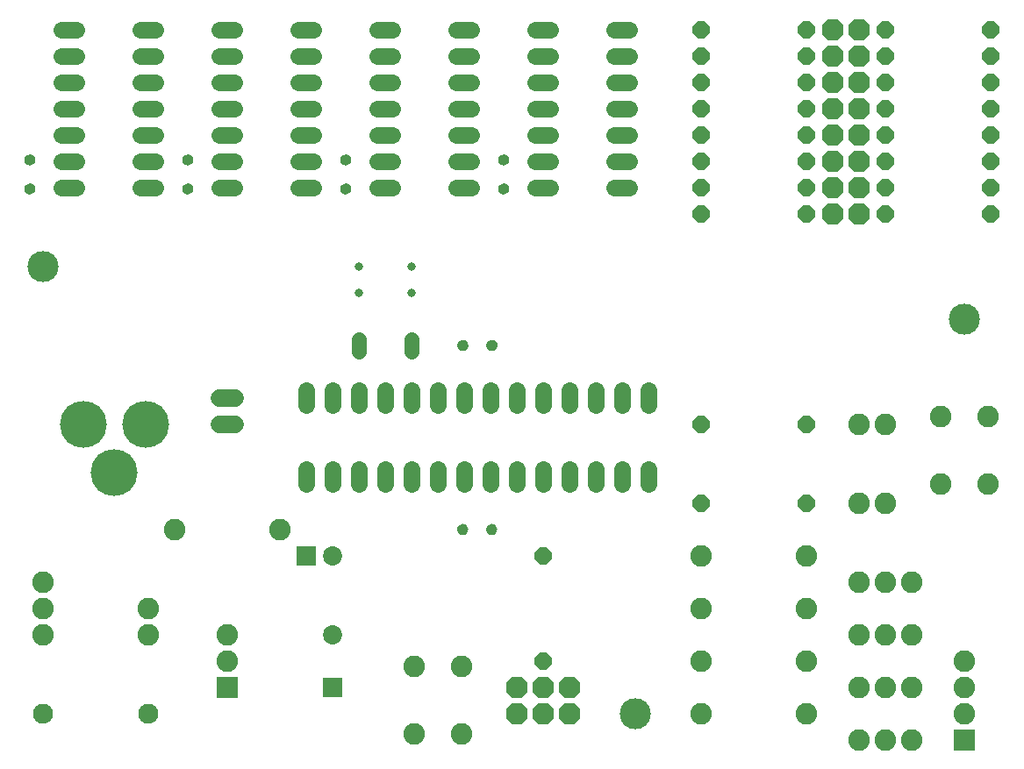
<source format=gts>
G75*
%MOIN*%
%OFA0B0*%
%FSLAX24Y24*%
%IPPOS*%
%LPD*%
%AMOC8*
5,1,8,0,0,1.08239X$1,22.5*
%
%ADD10C,0.0640*%
%ADD11R,0.0820X0.0820*%
%ADD12C,0.0820*%
%ADD13C,0.0680*%
%ADD14R,0.0730X0.0730*%
%ADD15C,0.0730*%
%ADD16C,0.0050*%
%ADD17OC8,0.0820*%
%ADD18OC8,0.0640*%
%ADD19C,0.0760*%
%ADD20C,0.0560*%
%ADD21C,0.0316*%
%ADD22C,0.1182*%
%ADD23C,0.1780*%
D10*
X015626Y010900D02*
X015626Y011460D01*
X016626Y011460D02*
X016626Y010900D01*
X017626Y010900D02*
X017626Y011460D01*
X018626Y011460D02*
X018626Y010900D01*
X019626Y010900D02*
X019626Y011460D01*
X020626Y011460D02*
X020626Y010900D01*
X021626Y010900D02*
X021626Y011460D01*
X022626Y011460D02*
X022626Y010900D01*
X023626Y010900D02*
X023626Y011460D01*
X024626Y011460D02*
X024626Y010900D01*
X025626Y010900D02*
X025626Y011460D01*
X026626Y011460D02*
X026626Y010900D01*
X027626Y010900D02*
X027626Y011460D01*
X028626Y011460D02*
X028626Y010900D01*
X028626Y013900D02*
X028626Y014460D01*
X027626Y014460D02*
X027626Y013900D01*
X026626Y013900D02*
X026626Y014460D01*
X025626Y014460D02*
X025626Y013900D01*
X024626Y013900D02*
X024626Y014460D01*
X023626Y014460D02*
X023626Y013900D01*
X022626Y013900D02*
X022626Y014460D01*
X021626Y014460D02*
X021626Y013900D01*
X020626Y013900D02*
X020626Y014460D01*
X019626Y014460D02*
X019626Y013900D01*
X018626Y013900D02*
X018626Y014460D01*
X017626Y014460D02*
X017626Y013900D01*
X016626Y013900D02*
X016626Y014460D01*
X015626Y014460D02*
X015626Y013900D01*
X015906Y022180D02*
X015346Y022180D01*
X015346Y023180D02*
X015906Y023180D01*
X015906Y024180D02*
X015346Y024180D01*
X015346Y025180D02*
X015906Y025180D01*
X015906Y026180D02*
X015346Y026180D01*
X015346Y027180D02*
X015906Y027180D01*
X015906Y028180D02*
X015346Y028180D01*
X012906Y028180D02*
X012346Y028180D01*
X012346Y027180D02*
X012906Y027180D01*
X012906Y026180D02*
X012346Y026180D01*
X012346Y025180D02*
X012906Y025180D01*
X012906Y024180D02*
X012346Y024180D01*
X012346Y023180D02*
X012906Y023180D01*
X012906Y022180D02*
X012346Y022180D01*
X009906Y022180D02*
X009346Y022180D01*
X009346Y023180D02*
X009906Y023180D01*
X009906Y024180D02*
X009346Y024180D01*
X009346Y025180D02*
X009906Y025180D01*
X009906Y026180D02*
X009346Y026180D01*
X009346Y027180D02*
X009906Y027180D01*
X009906Y028180D02*
X009346Y028180D01*
X006906Y028180D02*
X006346Y028180D01*
X006346Y027180D02*
X006906Y027180D01*
X006906Y026180D02*
X006346Y026180D01*
X006346Y025180D02*
X006906Y025180D01*
X006906Y024180D02*
X006346Y024180D01*
X006346Y023180D02*
X006906Y023180D01*
X006906Y022180D02*
X006346Y022180D01*
X018346Y022180D02*
X018906Y022180D01*
X018906Y023180D02*
X018346Y023180D01*
X018346Y024180D02*
X018906Y024180D01*
X018906Y025180D02*
X018346Y025180D01*
X018346Y026180D02*
X018906Y026180D01*
X018906Y027180D02*
X018346Y027180D01*
X018346Y028180D02*
X018906Y028180D01*
X021346Y028180D02*
X021906Y028180D01*
X021906Y027180D02*
X021346Y027180D01*
X021346Y026180D02*
X021906Y026180D01*
X021906Y025180D02*
X021346Y025180D01*
X021346Y024180D02*
X021906Y024180D01*
X021906Y023180D02*
X021346Y023180D01*
X021346Y022180D02*
X021906Y022180D01*
X024346Y022180D02*
X024906Y022180D01*
X024906Y023180D02*
X024346Y023180D01*
X024346Y024180D02*
X024906Y024180D01*
X024906Y025180D02*
X024346Y025180D01*
X024346Y026180D02*
X024906Y026180D01*
X024906Y027180D02*
X024346Y027180D01*
X024346Y028180D02*
X024906Y028180D01*
X027346Y028180D02*
X027906Y028180D01*
X027906Y027180D02*
X027346Y027180D01*
X027346Y026180D02*
X027906Y026180D01*
X027906Y025180D02*
X027346Y025180D01*
X027346Y024180D02*
X027906Y024180D01*
X027906Y023180D02*
X027346Y023180D01*
X027346Y022180D02*
X027906Y022180D01*
D11*
X012626Y003180D03*
X040626Y001180D03*
D12*
X040626Y002180D03*
X040626Y003180D03*
X040626Y004180D03*
X038626Y003180D03*
X037626Y003180D03*
X036626Y003180D03*
X036626Y005180D03*
X037626Y005180D03*
X038626Y005180D03*
X038626Y007180D03*
X037626Y007180D03*
X036626Y007180D03*
X034626Y006180D03*
X034626Y004180D03*
X034626Y002180D03*
X036626Y001180D03*
X037626Y001180D03*
X038626Y001180D03*
X030626Y002180D03*
X030626Y004180D03*
X030626Y006180D03*
X030626Y008180D03*
X034626Y008180D03*
X036626Y010180D03*
X037626Y010180D03*
X039736Y010900D03*
X041516Y010900D03*
X041516Y013460D03*
X039736Y013460D03*
X037626Y013180D03*
X036626Y013180D03*
X021516Y003960D03*
X019736Y003960D03*
X019736Y001400D03*
X021516Y001400D03*
X012626Y004180D03*
X012626Y005180D03*
X009626Y005180D03*
X009626Y006180D03*
X010626Y009180D03*
X014626Y009180D03*
X005626Y007180D03*
X005626Y006180D03*
X005626Y005180D03*
D13*
X012326Y013180D02*
X012926Y013180D01*
X012926Y014180D02*
X012326Y014180D01*
D14*
X015626Y008180D03*
X016626Y003180D03*
D15*
X016626Y005180D03*
X016626Y008180D03*
D16*
X021403Y009136D02*
X021398Y009174D01*
X021401Y009214D01*
X021413Y009252D01*
X021434Y009287D01*
X021462Y009316D01*
X021495Y009338D01*
X021533Y009352D01*
X021573Y009358D01*
X021612Y009353D01*
X021649Y009339D01*
X021682Y009317D01*
X021710Y009289D01*
X021730Y009255D01*
X021743Y009217D01*
X021747Y009178D01*
X021742Y009140D01*
X021729Y009103D01*
X021708Y009071D01*
X021680Y009044D01*
X021648Y009023D01*
X021611Y009011D01*
X021573Y009007D01*
X021572Y009007D01*
X021573Y009007D02*
X021534Y009010D01*
X021498Y009022D01*
X021465Y009042D01*
X021437Y009068D01*
X021416Y009100D01*
X021403Y009136D01*
X021401Y009153D02*
X021743Y009153D01*
X021744Y009201D02*
X021400Y009201D01*
X021413Y009250D02*
X021732Y009250D01*
X021701Y009298D02*
X021445Y009298D01*
X021517Y009347D02*
X021629Y009347D01*
X021729Y009104D02*
X021415Y009104D01*
X021451Y009056D02*
X021693Y009056D01*
X022500Y009174D02*
X022503Y009214D01*
X022515Y009252D01*
X022536Y009287D01*
X022564Y009316D01*
X022597Y009338D01*
X022635Y009352D01*
X022675Y009358D01*
X022714Y009353D01*
X022751Y009339D01*
X022784Y009317D01*
X022812Y009289D01*
X022832Y009255D01*
X022845Y009217D01*
X022849Y009178D01*
X022844Y009140D01*
X022831Y009103D01*
X022810Y009071D01*
X022782Y009044D01*
X022750Y009023D01*
X022713Y009011D01*
X022675Y009007D01*
X022674Y009007D01*
X022675Y009007D02*
X022636Y009010D01*
X022600Y009022D01*
X022567Y009042D01*
X022539Y009068D01*
X022518Y009100D01*
X022505Y009136D01*
X022500Y009174D01*
X022503Y009153D02*
X022845Y009153D01*
X022846Y009201D02*
X022502Y009201D01*
X022515Y009250D02*
X022834Y009250D01*
X022803Y009298D02*
X022547Y009298D01*
X022619Y009347D02*
X022731Y009347D01*
X022831Y009104D02*
X022517Y009104D01*
X022553Y009056D02*
X022795Y009056D01*
X022679Y016002D02*
X022639Y016007D01*
X022602Y016021D01*
X022569Y016043D01*
X022541Y016071D01*
X022521Y016105D01*
X022508Y016143D01*
X022505Y016182D01*
X022509Y016220D01*
X022522Y016257D01*
X022543Y016289D01*
X022571Y016316D01*
X022604Y016337D01*
X022640Y016349D01*
X022679Y016353D01*
X022717Y016350D01*
X022753Y016338D01*
X022786Y016318D01*
X022814Y016292D01*
X022835Y016260D01*
X022848Y016224D01*
X022854Y016186D01*
X022850Y016146D01*
X022838Y016108D01*
X022817Y016073D01*
X022790Y016044D01*
X022756Y016022D01*
X022718Y016008D01*
X022679Y016002D01*
X022783Y016040D02*
X022573Y016040D01*
X022531Y016088D02*
X022826Y016088D01*
X022847Y016137D02*
X022510Y016137D01*
X022505Y016185D02*
X022854Y016185D01*
X022845Y016234D02*
X022514Y016234D01*
X022539Y016282D02*
X022820Y016282D01*
X022765Y016331D02*
X022594Y016331D01*
X021746Y016224D02*
X021752Y016186D01*
X021748Y016146D01*
X021736Y016108D01*
X021715Y016073D01*
X021688Y016044D01*
X021654Y016022D01*
X021616Y016008D01*
X021577Y016002D01*
X021537Y016007D01*
X021500Y016021D01*
X021467Y016043D01*
X021439Y016071D01*
X021419Y016105D01*
X021406Y016143D01*
X021403Y016182D01*
X021407Y016220D01*
X021420Y016257D01*
X021441Y016289D01*
X021469Y016316D01*
X021502Y016337D01*
X021538Y016349D01*
X021577Y016353D01*
X021615Y016350D01*
X021651Y016338D01*
X021684Y016318D01*
X021712Y016292D01*
X021733Y016260D01*
X021746Y016224D01*
X021743Y016234D02*
X021412Y016234D01*
X021403Y016185D02*
X021751Y016185D01*
X021745Y016137D02*
X021408Y016137D01*
X021429Y016088D02*
X021724Y016088D01*
X021681Y016040D02*
X021471Y016040D01*
X021437Y016282D02*
X021718Y016282D01*
X021663Y016331D02*
X021492Y016331D01*
X023092Y021956D02*
X023053Y021968D01*
X023019Y021988D01*
X022990Y022016D01*
X022967Y022050D01*
X022953Y022087D01*
X022948Y022127D01*
X022953Y022166D01*
X022966Y022203D01*
X022988Y022237D01*
X023017Y022264D01*
X023051Y022285D01*
X023088Y022297D01*
X023128Y022301D01*
X023166Y022296D01*
X023202Y022283D01*
X023235Y022262D01*
X023262Y022235D01*
X023282Y022202D01*
X023295Y022165D01*
X023299Y022127D01*
X023295Y022089D01*
X023283Y022052D01*
X023264Y022020D01*
X023237Y021992D01*
X023205Y021971D01*
X023170Y021957D01*
X023132Y021952D01*
X023092Y021956D01*
X023088Y021957D02*
X023165Y021957D01*
X023250Y022005D02*
X023001Y022005D01*
X022966Y022054D02*
X023284Y022054D01*
X023296Y022102D02*
X022951Y022102D01*
X022951Y022151D02*
X023296Y022151D01*
X023283Y022199D02*
X022965Y022199D01*
X022999Y022248D02*
X023249Y022248D01*
X023167Y022296D02*
X023085Y022296D01*
X023132Y023054D02*
X023092Y023058D01*
X023053Y023070D01*
X023019Y023090D01*
X022990Y023118D01*
X022967Y023152D01*
X022953Y023189D01*
X022948Y023229D01*
X022953Y023268D01*
X022966Y023306D01*
X022988Y023339D01*
X023017Y023366D01*
X023051Y023387D01*
X023088Y023399D01*
X023128Y023403D01*
X023166Y023398D01*
X023202Y023385D01*
X023235Y023364D01*
X023262Y023337D01*
X023282Y023304D01*
X023295Y023267D01*
X023299Y023229D01*
X023295Y023191D01*
X023283Y023154D01*
X023264Y023122D01*
X023237Y023094D01*
X023205Y023073D01*
X023170Y023059D01*
X023132Y023054D01*
X023204Y023072D02*
X023049Y023072D01*
X022988Y023121D02*
X023263Y023121D01*
X023288Y023169D02*
X022961Y023169D01*
X022949Y023218D02*
X023298Y023218D01*
X023295Y023266D02*
X022952Y023266D01*
X022972Y023315D02*
X023276Y023315D01*
X023236Y023363D02*
X023013Y023363D01*
X017299Y023229D02*
X017295Y023267D01*
X017282Y023304D01*
X017262Y023337D01*
X017235Y023364D01*
X017202Y023385D01*
X017166Y023398D01*
X017128Y023403D01*
X017088Y023399D01*
X017051Y023387D01*
X017017Y023366D01*
X016988Y023339D01*
X016966Y023306D01*
X016953Y023268D01*
X016948Y023229D01*
X016953Y023189D01*
X016967Y023152D01*
X016990Y023118D01*
X017019Y023090D01*
X017053Y023070D01*
X017092Y023058D01*
X017132Y023054D01*
X017170Y023059D01*
X017205Y023073D01*
X017237Y023094D01*
X017264Y023122D01*
X017283Y023154D01*
X017295Y023191D01*
X017299Y023229D01*
X017298Y023218D02*
X016949Y023218D01*
X016952Y023266D02*
X017295Y023266D01*
X017276Y023315D02*
X016972Y023315D01*
X017013Y023363D02*
X017236Y023363D01*
X017288Y023169D02*
X016961Y023169D01*
X016988Y023121D02*
X017263Y023121D01*
X017204Y023072D02*
X017049Y023072D01*
X017088Y022297D02*
X017128Y022301D01*
X017166Y022296D01*
X017202Y022283D01*
X017235Y022262D01*
X017262Y022235D01*
X017282Y022202D01*
X017295Y022165D01*
X017299Y022127D01*
X017295Y022089D01*
X017283Y022052D01*
X017264Y022020D01*
X017237Y021992D01*
X017205Y021971D01*
X017170Y021957D01*
X017132Y021952D01*
X017092Y021956D01*
X017053Y021968D01*
X017019Y021988D01*
X016990Y022016D01*
X016967Y022050D01*
X016953Y022087D01*
X016948Y022127D01*
X016953Y022166D01*
X016966Y022203D01*
X016988Y022237D01*
X017017Y022264D01*
X017051Y022285D01*
X017088Y022297D01*
X017085Y022296D02*
X017167Y022296D01*
X017249Y022248D02*
X016999Y022248D01*
X016965Y022199D02*
X017283Y022199D01*
X017296Y022151D02*
X016951Y022151D01*
X016951Y022102D02*
X017296Y022102D01*
X017284Y022054D02*
X016966Y022054D01*
X017001Y022005D02*
X017250Y022005D01*
X017165Y021957D02*
X017088Y021957D01*
X011299Y022127D02*
X011295Y022165D01*
X011282Y022202D01*
X011262Y022235D01*
X011235Y022262D01*
X011202Y022283D01*
X011166Y022296D01*
X011128Y022301D01*
X011088Y022297D01*
X011051Y022285D01*
X011017Y022264D01*
X010988Y022237D01*
X010966Y022203D01*
X010953Y022166D01*
X010948Y022127D01*
X010953Y022087D01*
X010967Y022050D01*
X010990Y022016D01*
X011019Y021988D01*
X011053Y021968D01*
X011092Y021956D01*
X011132Y021952D01*
X011170Y021957D01*
X011205Y021971D01*
X011237Y021992D01*
X011264Y022020D01*
X011283Y022052D01*
X011295Y022089D01*
X011299Y022127D01*
X011296Y022151D02*
X010951Y022151D01*
X010951Y022102D02*
X011296Y022102D01*
X011284Y022054D02*
X010966Y022054D01*
X011001Y022005D02*
X011250Y022005D01*
X011165Y021957D02*
X011088Y021957D01*
X010965Y022199D02*
X011283Y022199D01*
X011249Y022248D02*
X010999Y022248D01*
X011085Y022296D02*
X011167Y022296D01*
X011132Y023054D02*
X011092Y023058D01*
X011053Y023070D01*
X011019Y023090D01*
X010990Y023118D01*
X010967Y023152D01*
X010953Y023189D01*
X010948Y023229D01*
X010953Y023268D01*
X010966Y023306D01*
X010988Y023339D01*
X011017Y023366D01*
X011051Y023387D01*
X011088Y023399D01*
X011128Y023403D01*
X011166Y023398D01*
X011202Y023385D01*
X011235Y023364D01*
X011262Y023337D01*
X011282Y023304D01*
X011295Y023267D01*
X011299Y023229D01*
X011295Y023191D01*
X011283Y023154D01*
X011264Y023122D01*
X011237Y023094D01*
X011205Y023073D01*
X011170Y023059D01*
X011132Y023054D01*
X011204Y023072D02*
X011049Y023072D01*
X010988Y023121D02*
X011263Y023121D01*
X011288Y023169D02*
X010961Y023169D01*
X010949Y023218D02*
X011298Y023218D01*
X011295Y023266D02*
X010952Y023266D01*
X010972Y023315D02*
X011276Y023315D01*
X011236Y023363D02*
X011013Y023363D01*
X005299Y023229D02*
X005295Y023267D01*
X005282Y023304D01*
X005262Y023337D01*
X005235Y023364D01*
X005202Y023385D01*
X005166Y023398D01*
X005128Y023403D01*
X005088Y023399D01*
X005051Y023387D01*
X005017Y023366D01*
X004988Y023339D01*
X004966Y023306D01*
X004953Y023268D01*
X004948Y023229D01*
X004953Y023189D01*
X004967Y023152D01*
X004990Y023118D01*
X005019Y023090D01*
X005053Y023070D01*
X005092Y023058D01*
X005132Y023054D01*
X005170Y023059D01*
X005205Y023073D01*
X005237Y023094D01*
X005264Y023122D01*
X005283Y023154D01*
X005295Y023191D01*
X005299Y023229D01*
X005298Y023218D02*
X004949Y023218D01*
X004952Y023266D02*
X005295Y023266D01*
X005276Y023315D02*
X004972Y023315D01*
X005013Y023363D02*
X005236Y023363D01*
X005288Y023169D02*
X004961Y023169D01*
X004988Y023121D02*
X005263Y023121D01*
X005204Y023072D02*
X005049Y023072D01*
X005128Y022301D02*
X005166Y022296D01*
X005202Y022283D01*
X005235Y022262D01*
X005262Y022235D01*
X005282Y022202D01*
X005295Y022165D01*
X005299Y022127D01*
X005295Y022089D01*
X005283Y022052D01*
X005264Y022020D01*
X005237Y021992D01*
X005205Y021971D01*
X005170Y021957D01*
X005132Y021952D01*
X005092Y021956D01*
X005053Y021968D01*
X005019Y021988D01*
X004990Y022016D01*
X004967Y022050D01*
X004953Y022087D01*
X004948Y022127D01*
X004953Y022166D01*
X004966Y022203D01*
X004988Y022237D01*
X005017Y022264D01*
X005051Y022285D01*
X005088Y022297D01*
X005128Y022301D01*
X005167Y022296D02*
X005085Y022296D01*
X004999Y022248D02*
X005249Y022248D01*
X005283Y022199D02*
X004965Y022199D01*
X004951Y022151D02*
X005296Y022151D01*
X005296Y022102D02*
X004951Y022102D01*
X004966Y022054D02*
X005284Y022054D01*
X005250Y022005D02*
X005001Y022005D01*
X005088Y021957D02*
X005165Y021957D01*
D17*
X023626Y003180D03*
X024626Y003180D03*
X025626Y003180D03*
X025626Y002180D03*
X024626Y002180D03*
X023626Y002180D03*
X035626Y021180D03*
X036626Y021180D03*
X036626Y022180D03*
X035626Y022180D03*
X035626Y023180D03*
X036626Y023180D03*
X036626Y024180D03*
X035626Y024180D03*
X035626Y025180D03*
X036626Y025180D03*
X036626Y026180D03*
X036626Y027180D03*
X035626Y027180D03*
X035626Y026180D03*
X035626Y028180D03*
X036626Y028180D03*
D18*
X037626Y028180D03*
X037626Y027180D03*
X037626Y026180D03*
X037626Y025180D03*
X037626Y024180D03*
X037626Y023180D03*
X037626Y022180D03*
X037626Y021180D03*
X034626Y021180D03*
X034626Y022180D03*
X034626Y023180D03*
X034626Y024180D03*
X034626Y025180D03*
X034626Y026180D03*
X034626Y027180D03*
X034626Y028180D03*
X030626Y028180D03*
X030626Y027180D03*
X030626Y026180D03*
X030626Y025180D03*
X030626Y024180D03*
X030626Y023180D03*
X030626Y022180D03*
X030626Y021180D03*
X030626Y013180D03*
X030626Y010180D03*
X034626Y010180D03*
X034626Y013180D03*
X041626Y021180D03*
X041626Y022180D03*
X041626Y023180D03*
X041626Y024180D03*
X041626Y025180D03*
X041626Y026180D03*
X041626Y027180D03*
X041626Y028180D03*
X024626Y008180D03*
X024626Y004180D03*
D19*
X005626Y002180D03*
X009626Y002180D03*
D20*
X017626Y015940D02*
X017626Y016420D01*
X019626Y016420D02*
X019626Y015940D01*
D21*
X019626Y018180D03*
X019626Y019180D03*
X017626Y019180D03*
X017626Y018180D03*
D22*
X005626Y019180D03*
X028126Y002180D03*
X040626Y017180D03*
D23*
X009519Y013180D03*
X008338Y011330D03*
X007157Y013180D03*
M02*

</source>
